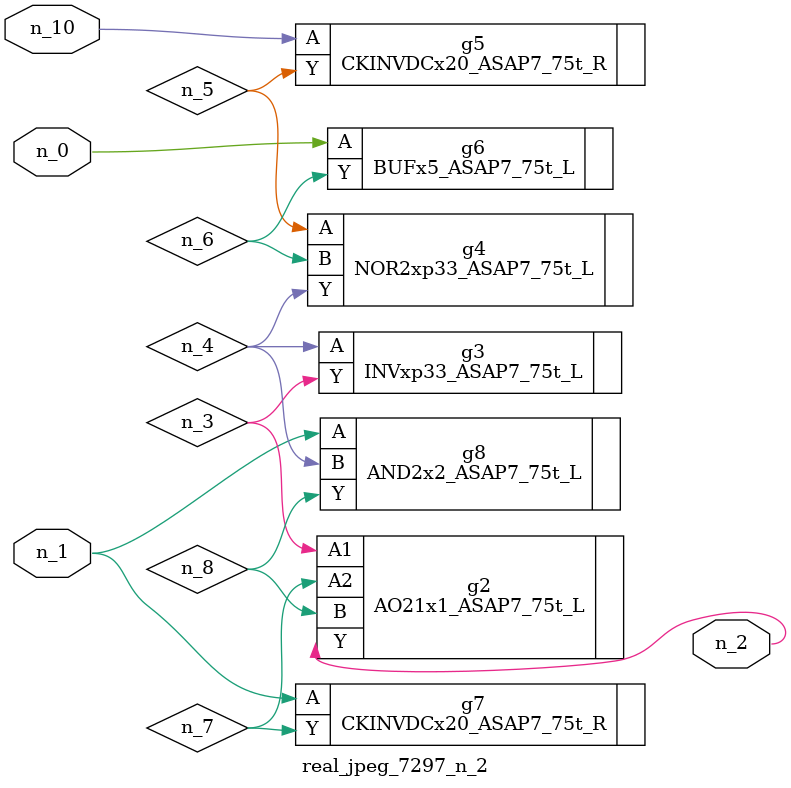
<source format=v>
module real_jpeg_7297_n_2 (n_1, n_10, n_0, n_2);

input n_1;
input n_10;
input n_0;

output n_2;

wire n_5;
wire n_4;
wire n_8;
wire n_6;
wire n_7;
wire n_3;

BUFx5_ASAP7_75t_L g6 ( 
.A(n_0),
.Y(n_6)
);

CKINVDCx20_ASAP7_75t_R g7 ( 
.A(n_1),
.Y(n_7)
);

AND2x2_ASAP7_75t_L g8 ( 
.A(n_1),
.B(n_4),
.Y(n_8)
);

AO21x1_ASAP7_75t_L g2 ( 
.A1(n_3),
.A2(n_7),
.B(n_8),
.Y(n_2)
);

INVxp33_ASAP7_75t_L g3 ( 
.A(n_4),
.Y(n_3)
);

NOR2xp33_ASAP7_75t_L g4 ( 
.A(n_5),
.B(n_6),
.Y(n_4)
);

CKINVDCx20_ASAP7_75t_R g5 ( 
.A(n_10),
.Y(n_5)
);


endmodule
</source>
